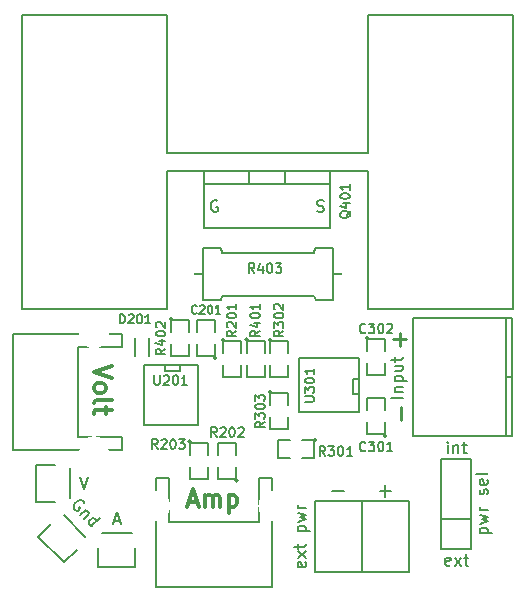
<source format=gto>
G04 #@! TF.FileFunction,Legend,Top*
%FSLAX46Y46*%
G04 Gerber Fmt 4.6, Leading zero omitted, Abs format (unit mm)*
G04 Created by KiCad (PCBNEW (2015-01-16 BZR 5376)-product) date 2-3-2015 10:33:56*
%MOMM*%
G01*
G04 APERTURE LIST*
%ADD10C,0.100000*%
%ADD11C,0.300000*%
%ADD12C,0.250000*%
%ADD13C,0.150000*%
%ADD14C,0.200000*%
%ADD15C,0.140000*%
%ADD16C,1.998980*%
%ADD17R,2.794000X5.080000*%
%ADD18O,2.794000X5.080000*%
%ADD19R,1.397000X0.889000*%
%ADD20R,0.700000X0.600000*%
%ADD21R,0.889000X1.397000*%
%ADD22R,1.143000X0.508000*%
%ADD23R,0.508000X1.143000*%
%ADD24C,2.311400*%
%ADD25R,2.032000X1.727200*%
%ADD26O,2.032000X1.727200*%
%ADD27C,2.000000*%
%ADD28C,2.500000*%
%ADD29C,2.600000*%
%ADD30R,2.540000X2.540000*%
%ADD31O,2.540000X2.540000*%
%ADD32R,2.235200X2.235200*%
%ADD33O,1.501140X2.499360*%
G04 APERTURE END LIST*
D10*
D11*
X113821429Y-65600000D02*
X112321429Y-66100000D01*
X113821429Y-66600000D01*
X112321429Y-67314286D02*
X112392857Y-67171428D01*
X112464286Y-67100000D01*
X112607143Y-67028571D01*
X113035714Y-67028571D01*
X113178571Y-67100000D01*
X113250000Y-67171428D01*
X113321429Y-67314286D01*
X113321429Y-67528571D01*
X113250000Y-67671428D01*
X113178571Y-67742857D01*
X113035714Y-67814286D01*
X112607143Y-67814286D01*
X112464286Y-67742857D01*
X112392857Y-67671428D01*
X112321429Y-67528571D01*
X112321429Y-67314286D01*
X112321429Y-68671429D02*
X112392857Y-68528571D01*
X112535714Y-68457143D01*
X113821429Y-68457143D01*
X113321429Y-69028571D02*
X113321429Y-69600000D01*
X113821429Y-69242857D02*
X112535714Y-69242857D01*
X112392857Y-69314285D01*
X112321429Y-69457143D01*
X112321429Y-69600000D01*
X120364286Y-77050000D02*
X121078572Y-77050000D01*
X120221429Y-77478571D02*
X120721429Y-75978571D01*
X121221429Y-77478571D01*
X121721429Y-77478571D02*
X121721429Y-76478571D01*
X121721429Y-76621429D02*
X121792857Y-76550000D01*
X121935715Y-76478571D01*
X122150000Y-76478571D01*
X122292857Y-76550000D01*
X122364286Y-76692857D01*
X122364286Y-77478571D01*
X122364286Y-76692857D02*
X122435715Y-76550000D01*
X122578572Y-76478571D01*
X122792857Y-76478571D01*
X122935715Y-76550000D01*
X123007143Y-76692857D01*
X123007143Y-77478571D01*
X123721429Y-76478571D02*
X123721429Y-77978571D01*
X123721429Y-76550000D02*
X123864286Y-76478571D01*
X124150000Y-76478571D01*
X124292857Y-76550000D01*
X124364286Y-76621429D01*
X124435715Y-76764286D01*
X124435715Y-77192857D01*
X124364286Y-77335714D01*
X124292857Y-77407143D01*
X124150000Y-77478571D01*
X123864286Y-77478571D01*
X123721429Y-77407143D01*
D12*
X137628572Y-63307143D02*
X138771429Y-63307143D01*
X138200000Y-63878571D02*
X138200000Y-62735714D01*
X138307143Y-70171428D02*
X138307143Y-69028571D01*
D13*
X142261905Y-72952381D02*
X142261905Y-72285714D01*
X142261905Y-71952381D02*
X142214286Y-72000000D01*
X142261905Y-72047619D01*
X142309524Y-72000000D01*
X142261905Y-71952381D01*
X142261905Y-72047619D01*
X142738095Y-72285714D02*
X142738095Y-72952381D01*
X142738095Y-72380952D02*
X142785714Y-72333333D01*
X142880952Y-72285714D01*
X143023810Y-72285714D01*
X143119048Y-72333333D01*
X143166667Y-72428571D01*
X143166667Y-72952381D01*
X143500000Y-72285714D02*
X143880952Y-72285714D01*
X143642857Y-71952381D02*
X143642857Y-72809524D01*
X143690476Y-72904762D01*
X143785714Y-72952381D01*
X143880952Y-72952381D01*
X142500000Y-82404762D02*
X142404762Y-82452381D01*
X142214285Y-82452381D01*
X142119047Y-82404762D01*
X142071428Y-82309524D01*
X142071428Y-81928571D01*
X142119047Y-81833333D01*
X142214285Y-81785714D01*
X142404762Y-81785714D01*
X142500000Y-81833333D01*
X142547619Y-81928571D01*
X142547619Y-82023810D01*
X142071428Y-82119048D01*
X142880952Y-82452381D02*
X143404762Y-81785714D01*
X142880952Y-81785714D02*
X143404762Y-82452381D01*
X143642857Y-81785714D02*
X144023809Y-81785714D01*
X143785714Y-81452381D02*
X143785714Y-82309524D01*
X143833333Y-82404762D01*
X143928571Y-82452381D01*
X144023809Y-82452381D01*
X123050000Y-60000000D02*
X121550000Y-60000000D01*
X123050000Y-60000000D02*
X123150000Y-59600000D01*
X123150000Y-59600000D02*
X130950000Y-59600000D01*
X130950000Y-59600000D02*
X131150000Y-60000000D01*
X131150000Y-60000000D02*
X132550000Y-60000000D01*
X123050000Y-55600000D02*
X121550000Y-55600000D01*
X123050000Y-55600000D02*
X123150000Y-56000000D01*
X123150000Y-56000000D02*
X130950000Y-56000000D01*
X130950000Y-56000000D02*
X131050000Y-55600000D01*
X131050000Y-55600000D02*
X132550000Y-55600000D01*
X121550000Y-57800000D02*
X121550000Y-55600000D01*
X132550000Y-55600000D02*
X132550000Y-60000000D01*
X121550000Y-60000000D02*
X121550000Y-57700000D01*
X133900000Y-57800000D02*
X132630000Y-57800000D01*
X120200000Y-57800000D02*
X121470000Y-57800000D01*
D14*
X136500000Y-76150000D02*
X137500000Y-76150000D01*
X133500000Y-76150000D02*
X132500000Y-76150000D01*
X137000000Y-76650000D02*
X137000000Y-75650000D01*
D13*
X131000000Y-83000000D02*
X139000000Y-83000000D01*
X139000000Y-77000000D02*
X131000000Y-77000000D01*
X135000000Y-77000000D02*
X135000000Y-83000000D01*
X131000000Y-77000000D02*
X131000000Y-83000000D01*
X139000000Y-83000000D02*
X139000000Y-77000000D01*
X122689000Y-64851000D02*
G75*
G03X122689000Y-64851000I-127000J0D01*
G01*
X122562000Y-63708000D02*
X122562000Y-64724000D01*
X122562000Y-64724000D02*
X121038000Y-64724000D01*
X121038000Y-64724000D02*
X121038000Y-63708000D01*
X121038000Y-62692000D02*
X121038000Y-61676000D01*
X121038000Y-61676000D02*
X122562000Y-61676000D01*
X122562000Y-61676000D02*
X122562000Y-62692000D01*
X137089000Y-71451000D02*
G75*
G03X137089000Y-71451000I-127000J0D01*
G01*
X136962000Y-70308000D02*
X136962000Y-71324000D01*
X136962000Y-71324000D02*
X135438000Y-71324000D01*
X135438000Y-71324000D02*
X135438000Y-70308000D01*
X135438000Y-69292000D02*
X135438000Y-68276000D01*
X135438000Y-68276000D02*
X136962000Y-68276000D01*
X136962000Y-68276000D02*
X136962000Y-69292000D01*
X135565000Y-63149000D02*
G75*
G03X135565000Y-63149000I-127000J0D01*
G01*
X135438000Y-64292000D02*
X135438000Y-63276000D01*
X135438000Y-63276000D02*
X136962000Y-63276000D01*
X136962000Y-63276000D02*
X136962000Y-64292000D01*
X136962000Y-65308000D02*
X136962000Y-66324000D01*
X136962000Y-66324000D02*
X135438000Y-66324000D01*
X135438000Y-66324000D02*
X135438000Y-65308000D01*
X115800000Y-63200000D02*
X115800000Y-64750000D01*
X117000000Y-63200000D02*
X117000000Y-64750000D01*
X123365000Y-63349000D02*
G75*
G03X123365000Y-63349000I-127000J0D01*
G01*
X123238000Y-64492000D02*
X123238000Y-63476000D01*
X123238000Y-63476000D02*
X124762000Y-63476000D01*
X124762000Y-63476000D02*
X124762000Y-64492000D01*
X124762000Y-65508000D02*
X124762000Y-66524000D01*
X124762000Y-66524000D02*
X123238000Y-66524000D01*
X123238000Y-66524000D02*
X123238000Y-65508000D01*
X124489000Y-75251000D02*
G75*
G03X124489000Y-75251000I-127000J0D01*
G01*
X124362000Y-74108000D02*
X124362000Y-75124000D01*
X124362000Y-75124000D02*
X122838000Y-75124000D01*
X122838000Y-75124000D02*
X122838000Y-74108000D01*
X122838000Y-73092000D02*
X122838000Y-72076000D01*
X122838000Y-72076000D02*
X124362000Y-72076000D01*
X124362000Y-72076000D02*
X124362000Y-73092000D01*
X120565000Y-71949000D02*
G75*
G03X120565000Y-71949000I-127000J0D01*
G01*
X120438000Y-73092000D02*
X120438000Y-72076000D01*
X120438000Y-72076000D02*
X121962000Y-72076000D01*
X121962000Y-72076000D02*
X121962000Y-73092000D01*
X121962000Y-74108000D02*
X121962000Y-75124000D01*
X121962000Y-75124000D02*
X120438000Y-75124000D01*
X120438000Y-75124000D02*
X120438000Y-74108000D01*
X131178000Y-71838000D02*
G75*
G03X131178000Y-71838000I-127000J0D01*
G01*
X129908000Y-71838000D02*
X130924000Y-71838000D01*
X130924000Y-71838000D02*
X130924000Y-73362000D01*
X130924000Y-73362000D02*
X129908000Y-73362000D01*
X128892000Y-73362000D02*
X127876000Y-73362000D01*
X127876000Y-73362000D02*
X127876000Y-71838000D01*
X127876000Y-71838000D02*
X128892000Y-71838000D01*
X127365000Y-63349000D02*
G75*
G03X127365000Y-63349000I-127000J0D01*
G01*
X127238000Y-64492000D02*
X127238000Y-63476000D01*
X127238000Y-63476000D02*
X128762000Y-63476000D01*
X128762000Y-63476000D02*
X128762000Y-64492000D01*
X128762000Y-65508000D02*
X128762000Y-66524000D01*
X128762000Y-66524000D02*
X127238000Y-66524000D01*
X127238000Y-66524000D02*
X127238000Y-65508000D01*
X127365000Y-67749000D02*
G75*
G03X127365000Y-67749000I-127000J0D01*
G01*
X127238000Y-68892000D02*
X127238000Y-67876000D01*
X127238000Y-67876000D02*
X128762000Y-67876000D01*
X128762000Y-67876000D02*
X128762000Y-68892000D01*
X128762000Y-69908000D02*
X128762000Y-70924000D01*
X128762000Y-70924000D02*
X127238000Y-70924000D01*
X127238000Y-70924000D02*
X127238000Y-69908000D01*
X125365000Y-63349000D02*
G75*
G03X125365000Y-63349000I-127000J0D01*
G01*
X125238000Y-64492000D02*
X125238000Y-63476000D01*
X125238000Y-63476000D02*
X126762000Y-63476000D01*
X126762000Y-63476000D02*
X126762000Y-64492000D01*
X126762000Y-65508000D02*
X126762000Y-66524000D01*
X126762000Y-66524000D02*
X125238000Y-66524000D01*
X125238000Y-66524000D02*
X125238000Y-65508000D01*
X118965000Y-61549000D02*
G75*
G03X118965000Y-61549000I-127000J0D01*
G01*
X118838000Y-62692000D02*
X118838000Y-61676000D01*
X118838000Y-61676000D02*
X120362000Y-61676000D01*
X120362000Y-61676000D02*
X120362000Y-62692000D01*
X120362000Y-63708000D02*
X120362000Y-64724000D01*
X120362000Y-64724000D02*
X118838000Y-64724000D01*
X118838000Y-64724000D02*
X118838000Y-63708000D01*
X121086000Y-65460000D02*
X121086000Y-70540000D01*
X121086000Y-70540000D02*
X116514000Y-70540000D01*
X116514000Y-70540000D02*
X116514000Y-65460000D01*
X116514000Y-65460000D02*
X121086000Y-65460000D01*
X119562000Y-65460000D02*
X119562000Y-65968000D01*
X119562000Y-65968000D02*
X118292000Y-65968000D01*
X118292000Y-65968000D02*
X118292000Y-65460000D01*
X134740000Y-69486000D02*
X129660000Y-69486000D01*
X129660000Y-69486000D02*
X129660000Y-64914000D01*
X129660000Y-64914000D02*
X134740000Y-64914000D01*
X134740000Y-64914000D02*
X134740000Y-69486000D01*
X134740000Y-67962000D02*
X134232000Y-67962000D01*
X134232000Y-67962000D02*
X134232000Y-66692000D01*
X134232000Y-66692000D02*
X134740000Y-66692000D01*
X118503700Y-60706000D02*
X106197400Y-60706000D01*
X147802600Y-60706000D02*
X135496300Y-60706000D01*
X135496300Y-35814000D02*
X147802600Y-35814000D01*
X106197400Y-35814000D02*
X118503700Y-35814000D01*
X135496300Y-49009300D02*
X135496300Y-60706000D01*
X118503700Y-49009300D02*
X118503700Y-60706000D01*
X118503700Y-47510700D02*
X118503700Y-35814000D01*
X135496300Y-47510700D02*
X135496300Y-35814000D01*
X118503700Y-49009300D02*
X135496300Y-49009300D01*
X118503700Y-47510700D02*
X135496300Y-47510700D01*
X147802600Y-35814000D02*
X147802600Y-60706000D01*
X106197400Y-60706000D02*
X106197400Y-35814000D01*
X144270000Y-78520000D02*
X144270000Y-73440000D01*
X144270000Y-73440000D02*
X141730000Y-73440000D01*
X141730000Y-73440000D02*
X141730000Y-78520000D01*
X141730000Y-81060000D02*
X141730000Y-78520000D01*
X141730000Y-78520000D02*
X144270000Y-78520000D01*
X141730000Y-81060000D02*
X144270000Y-81060000D01*
X144270000Y-81060000D02*
X144270000Y-78520000D01*
X114700000Y-63950000D02*
X114700000Y-62850000D01*
X114700000Y-71550000D02*
X114700000Y-72650000D01*
X114700000Y-63950000D02*
X111000000Y-63950000D01*
X111000000Y-63950000D02*
X111000000Y-71550000D01*
X111000000Y-71550000D02*
X114700000Y-71550000D01*
X105500000Y-62850000D02*
X105500000Y-72650000D01*
X114700000Y-72650000D02*
X105500000Y-72650000D01*
X114700000Y-62850000D02*
X105500000Y-62850000D01*
X118700000Y-75050000D02*
X117600000Y-75050000D01*
X126300000Y-75050000D02*
X127400000Y-75050000D01*
X118700000Y-75050000D02*
X118700000Y-78750000D01*
X118700000Y-78750000D02*
X126300000Y-78750000D01*
X126300000Y-78750000D02*
X126300000Y-75050000D01*
X117600000Y-84250000D02*
X127400000Y-84250000D01*
X127400000Y-75050000D02*
X127400000Y-84250000D01*
X117600000Y-75050000D02*
X117600000Y-84250000D01*
X147200000Y-66500000D02*
X147200000Y-61500000D01*
X147700000Y-66500000D02*
X147200000Y-66500000D01*
X147200000Y-66500000D02*
X147200000Y-71500000D01*
X147700000Y-71500000D02*
X147700000Y-61500000D01*
X139300000Y-61500000D02*
X139300000Y-71500000D01*
X139309000Y-71488000D02*
X147691000Y-71488000D01*
X147691000Y-61512000D02*
X139309000Y-61512000D01*
X107450000Y-73950000D02*
X109000000Y-73950000D01*
X109000000Y-77050000D02*
X107450000Y-77050000D01*
X107450000Y-77050000D02*
X107450000Y-73950000D01*
X110270000Y-76770000D02*
X110270000Y-74230000D01*
X112700000Y-82550000D02*
X112700000Y-81000000D01*
X115800000Y-81000000D02*
X115800000Y-82550000D01*
X115800000Y-82550000D02*
X112700000Y-82550000D01*
X115520000Y-79730000D02*
X112980000Y-79730000D01*
X107607969Y-80000000D02*
X108703984Y-78903984D01*
X110896016Y-81096016D02*
X109800000Y-82192031D01*
X109800000Y-82192031D02*
X107607969Y-80000000D01*
X111596051Y-80000000D02*
X109800000Y-78203949D01*
X125476000Y-49022000D02*
X125476000Y-50165000D01*
X128524000Y-49022000D02*
X128524000Y-50165000D01*
X132334000Y-50165000D02*
X132334000Y-53848000D01*
X132334000Y-53848000D02*
X121666000Y-53848000D01*
X121666000Y-53848000D02*
X121666000Y-50165000D01*
X132334000Y-49022000D02*
X132334000Y-50165000D01*
X132334000Y-50165000D02*
X121666000Y-50165000D01*
X121666000Y-50165000D02*
X121666000Y-49022000D01*
X127000000Y-49022000D02*
X121666000Y-49022000D01*
X127000000Y-49022000D02*
X132334000Y-49022000D01*
X125904762Y-57661905D02*
X125638095Y-57280952D01*
X125447619Y-57661905D02*
X125447619Y-56861905D01*
X125752381Y-56861905D01*
X125828572Y-56900000D01*
X125866667Y-56938095D01*
X125904762Y-57014286D01*
X125904762Y-57128571D01*
X125866667Y-57204762D01*
X125828572Y-57242857D01*
X125752381Y-57280952D01*
X125447619Y-57280952D01*
X126590476Y-57128571D02*
X126590476Y-57661905D01*
X126400000Y-56823810D02*
X126209524Y-57395238D01*
X126704762Y-57395238D01*
X127161905Y-56861905D02*
X127238096Y-56861905D01*
X127314286Y-56900000D01*
X127352381Y-56938095D01*
X127390477Y-57014286D01*
X127428572Y-57166667D01*
X127428572Y-57357143D01*
X127390477Y-57509524D01*
X127352381Y-57585714D01*
X127314286Y-57623810D01*
X127238096Y-57661905D01*
X127161905Y-57661905D01*
X127085715Y-57623810D01*
X127047619Y-57585714D01*
X127009524Y-57509524D01*
X126971429Y-57357143D01*
X126971429Y-57166667D01*
X127009524Y-57014286D01*
X127047619Y-56938095D01*
X127085715Y-56900000D01*
X127161905Y-56861905D01*
X127695239Y-56861905D02*
X128190477Y-56861905D01*
X127923810Y-57166667D01*
X128038096Y-57166667D01*
X128114286Y-57204762D01*
X128152382Y-57242857D01*
X128190477Y-57319048D01*
X128190477Y-57509524D01*
X128152382Y-57585714D01*
X128114286Y-57623810D01*
X128038096Y-57661905D01*
X127809524Y-57661905D01*
X127733334Y-57623810D01*
X127695239Y-57585714D01*
X130204762Y-82166667D02*
X130252381Y-82261905D01*
X130252381Y-82452382D01*
X130204762Y-82547620D01*
X130109524Y-82595239D01*
X129728571Y-82595239D01*
X129633333Y-82547620D01*
X129585714Y-82452382D01*
X129585714Y-82261905D01*
X129633333Y-82166667D01*
X129728571Y-82119048D01*
X129823810Y-82119048D01*
X129919048Y-82595239D01*
X130252381Y-81785715D02*
X129585714Y-81261905D01*
X129585714Y-81785715D02*
X130252381Y-81261905D01*
X129585714Y-81023810D02*
X129585714Y-80642858D01*
X129252381Y-80880953D02*
X130109524Y-80880953D01*
X130204762Y-80833334D01*
X130252381Y-80738096D01*
X130252381Y-80642858D01*
X129585714Y-79547619D02*
X130585714Y-79547619D01*
X129633333Y-79547619D02*
X129585714Y-79452381D01*
X129585714Y-79261904D01*
X129633333Y-79166666D01*
X129680952Y-79119047D01*
X129776190Y-79071428D01*
X130061905Y-79071428D01*
X130157143Y-79119047D01*
X130204762Y-79166666D01*
X130252381Y-79261904D01*
X130252381Y-79452381D01*
X130204762Y-79547619D01*
X129585714Y-78738095D02*
X130252381Y-78547619D01*
X129776190Y-78357142D01*
X130252381Y-78166666D01*
X129585714Y-77976190D01*
X130252381Y-77595238D02*
X129585714Y-77595238D01*
X129776190Y-77595238D02*
X129680952Y-77547619D01*
X129633333Y-77500000D01*
X129585714Y-77404762D01*
X129585714Y-77309523D01*
D15*
X121016667Y-61050000D02*
X120983333Y-61083333D01*
X120883333Y-61116667D01*
X120816667Y-61116667D01*
X120716667Y-61083333D01*
X120650000Y-61016667D01*
X120616667Y-60950000D01*
X120583333Y-60816667D01*
X120583333Y-60716667D01*
X120616667Y-60583333D01*
X120650000Y-60516667D01*
X120716667Y-60450000D01*
X120816667Y-60416667D01*
X120883333Y-60416667D01*
X120983333Y-60450000D01*
X121016667Y-60483333D01*
X121283333Y-60483333D02*
X121316667Y-60450000D01*
X121383333Y-60416667D01*
X121550000Y-60416667D01*
X121616667Y-60450000D01*
X121650000Y-60483333D01*
X121683333Y-60550000D01*
X121683333Y-60616667D01*
X121650000Y-60716667D01*
X121250000Y-61116667D01*
X121683333Y-61116667D01*
X122116667Y-60416667D02*
X122183334Y-60416667D01*
X122250000Y-60450000D01*
X122283334Y-60483333D01*
X122316667Y-60550000D01*
X122350000Y-60683333D01*
X122350000Y-60850000D01*
X122316667Y-60983333D01*
X122283334Y-61050000D01*
X122250000Y-61083333D01*
X122183334Y-61116667D01*
X122116667Y-61116667D01*
X122050000Y-61083333D01*
X122016667Y-61050000D01*
X121983334Y-60983333D01*
X121950000Y-60850000D01*
X121950000Y-60683333D01*
X121983334Y-60550000D01*
X122016667Y-60483333D01*
X122050000Y-60450000D01*
X122116667Y-60416667D01*
X123016667Y-61116667D02*
X122616667Y-61116667D01*
X122816667Y-61116667D02*
X122816667Y-60416667D01*
X122750001Y-60516667D01*
X122683334Y-60583333D01*
X122616667Y-60616667D01*
D13*
X135304762Y-72685714D02*
X135266667Y-72723810D01*
X135152381Y-72761905D01*
X135076191Y-72761905D01*
X134961905Y-72723810D01*
X134885714Y-72647619D01*
X134847619Y-72571429D01*
X134809524Y-72419048D01*
X134809524Y-72304762D01*
X134847619Y-72152381D01*
X134885714Y-72076190D01*
X134961905Y-72000000D01*
X135076191Y-71961905D01*
X135152381Y-71961905D01*
X135266667Y-72000000D01*
X135304762Y-72038095D01*
X135571429Y-71961905D02*
X136066667Y-71961905D01*
X135800000Y-72266667D01*
X135914286Y-72266667D01*
X135990476Y-72304762D01*
X136028572Y-72342857D01*
X136066667Y-72419048D01*
X136066667Y-72609524D01*
X136028572Y-72685714D01*
X135990476Y-72723810D01*
X135914286Y-72761905D01*
X135685714Y-72761905D01*
X135609524Y-72723810D01*
X135571429Y-72685714D01*
X136561905Y-71961905D02*
X136638096Y-71961905D01*
X136714286Y-72000000D01*
X136752381Y-72038095D01*
X136790477Y-72114286D01*
X136828572Y-72266667D01*
X136828572Y-72457143D01*
X136790477Y-72609524D01*
X136752381Y-72685714D01*
X136714286Y-72723810D01*
X136638096Y-72761905D01*
X136561905Y-72761905D01*
X136485715Y-72723810D01*
X136447619Y-72685714D01*
X136409524Y-72609524D01*
X136371429Y-72457143D01*
X136371429Y-72266667D01*
X136409524Y-72114286D01*
X136447619Y-72038095D01*
X136485715Y-72000000D01*
X136561905Y-71961905D01*
X137590477Y-72761905D02*
X137133334Y-72761905D01*
X137361905Y-72761905D02*
X137361905Y-71961905D01*
X137285715Y-72076190D01*
X137209524Y-72152381D01*
X137133334Y-72190476D01*
X135304762Y-62685714D02*
X135266667Y-62723810D01*
X135152381Y-62761905D01*
X135076191Y-62761905D01*
X134961905Y-62723810D01*
X134885714Y-62647619D01*
X134847619Y-62571429D01*
X134809524Y-62419048D01*
X134809524Y-62304762D01*
X134847619Y-62152381D01*
X134885714Y-62076190D01*
X134961905Y-62000000D01*
X135076191Y-61961905D01*
X135152381Y-61961905D01*
X135266667Y-62000000D01*
X135304762Y-62038095D01*
X135571429Y-61961905D02*
X136066667Y-61961905D01*
X135800000Y-62266667D01*
X135914286Y-62266667D01*
X135990476Y-62304762D01*
X136028572Y-62342857D01*
X136066667Y-62419048D01*
X136066667Y-62609524D01*
X136028572Y-62685714D01*
X135990476Y-62723810D01*
X135914286Y-62761905D01*
X135685714Y-62761905D01*
X135609524Y-62723810D01*
X135571429Y-62685714D01*
X136561905Y-61961905D02*
X136638096Y-61961905D01*
X136714286Y-62000000D01*
X136752381Y-62038095D01*
X136790477Y-62114286D01*
X136828572Y-62266667D01*
X136828572Y-62457143D01*
X136790477Y-62609524D01*
X136752381Y-62685714D01*
X136714286Y-62723810D01*
X136638096Y-62761905D01*
X136561905Y-62761905D01*
X136485715Y-62723810D01*
X136447619Y-62685714D01*
X136409524Y-62609524D01*
X136371429Y-62457143D01*
X136371429Y-62266667D01*
X136409524Y-62114286D01*
X136447619Y-62038095D01*
X136485715Y-62000000D01*
X136561905Y-61961905D01*
X137133334Y-62038095D02*
X137171429Y-62000000D01*
X137247620Y-61961905D01*
X137438096Y-61961905D01*
X137514286Y-62000000D01*
X137552382Y-62038095D01*
X137590477Y-62114286D01*
X137590477Y-62190476D01*
X137552382Y-62304762D01*
X137095239Y-62761905D01*
X137590477Y-62761905D01*
X114532142Y-61939286D02*
X114532142Y-61189286D01*
X114710714Y-61189286D01*
X114817857Y-61225000D01*
X114889285Y-61296429D01*
X114925000Y-61367857D01*
X114960714Y-61510714D01*
X114960714Y-61617857D01*
X114925000Y-61760714D01*
X114889285Y-61832143D01*
X114817857Y-61903571D01*
X114710714Y-61939286D01*
X114532142Y-61939286D01*
X115246428Y-61260714D02*
X115282142Y-61225000D01*
X115353571Y-61189286D01*
X115532142Y-61189286D01*
X115603571Y-61225000D01*
X115639285Y-61260714D01*
X115675000Y-61332143D01*
X115675000Y-61403571D01*
X115639285Y-61510714D01*
X115210714Y-61939286D01*
X115675000Y-61939286D01*
X116139286Y-61189286D02*
X116210714Y-61189286D01*
X116282143Y-61225000D01*
X116317857Y-61260714D01*
X116353571Y-61332143D01*
X116389286Y-61475000D01*
X116389286Y-61653571D01*
X116353571Y-61796429D01*
X116317857Y-61867857D01*
X116282143Y-61903571D01*
X116210714Y-61939286D01*
X116139286Y-61939286D01*
X116067857Y-61903571D01*
X116032143Y-61867857D01*
X115996428Y-61796429D01*
X115960714Y-61653571D01*
X115960714Y-61475000D01*
X115996428Y-61332143D01*
X116032143Y-61260714D01*
X116067857Y-61225000D01*
X116139286Y-61189286D01*
X117103572Y-61939286D02*
X116675000Y-61939286D01*
X116889286Y-61939286D02*
X116889286Y-61189286D01*
X116817857Y-61296429D01*
X116746429Y-61367857D01*
X116675000Y-61403571D01*
X124361905Y-62595238D02*
X123980952Y-62861905D01*
X124361905Y-63052381D02*
X123561905Y-63052381D01*
X123561905Y-62747619D01*
X123600000Y-62671428D01*
X123638095Y-62633333D01*
X123714286Y-62595238D01*
X123828571Y-62595238D01*
X123904762Y-62633333D01*
X123942857Y-62671428D01*
X123980952Y-62747619D01*
X123980952Y-63052381D01*
X123638095Y-62290476D02*
X123600000Y-62252381D01*
X123561905Y-62176190D01*
X123561905Y-61985714D01*
X123600000Y-61909524D01*
X123638095Y-61871428D01*
X123714286Y-61833333D01*
X123790476Y-61833333D01*
X123904762Y-61871428D01*
X124361905Y-62328571D01*
X124361905Y-61833333D01*
X123561905Y-61338095D02*
X123561905Y-61261904D01*
X123600000Y-61185714D01*
X123638095Y-61147619D01*
X123714286Y-61109523D01*
X123866667Y-61071428D01*
X124057143Y-61071428D01*
X124209524Y-61109523D01*
X124285714Y-61147619D01*
X124323810Y-61185714D01*
X124361905Y-61261904D01*
X124361905Y-61338095D01*
X124323810Y-61414285D01*
X124285714Y-61452381D01*
X124209524Y-61490476D01*
X124057143Y-61528571D01*
X123866667Y-61528571D01*
X123714286Y-61490476D01*
X123638095Y-61452381D01*
X123600000Y-61414285D01*
X123561905Y-61338095D01*
X124361905Y-60309523D02*
X124361905Y-60766666D01*
X124361905Y-60538095D02*
X123561905Y-60538095D01*
X123676190Y-60614285D01*
X123752381Y-60690476D01*
X123790476Y-60766666D01*
X122704762Y-71561905D02*
X122438095Y-71180952D01*
X122247619Y-71561905D02*
X122247619Y-70761905D01*
X122552381Y-70761905D01*
X122628572Y-70800000D01*
X122666667Y-70838095D01*
X122704762Y-70914286D01*
X122704762Y-71028571D01*
X122666667Y-71104762D01*
X122628572Y-71142857D01*
X122552381Y-71180952D01*
X122247619Y-71180952D01*
X123009524Y-70838095D02*
X123047619Y-70800000D01*
X123123810Y-70761905D01*
X123314286Y-70761905D01*
X123390476Y-70800000D01*
X123428572Y-70838095D01*
X123466667Y-70914286D01*
X123466667Y-70990476D01*
X123428572Y-71104762D01*
X122971429Y-71561905D01*
X123466667Y-71561905D01*
X123961905Y-70761905D02*
X124038096Y-70761905D01*
X124114286Y-70800000D01*
X124152381Y-70838095D01*
X124190477Y-70914286D01*
X124228572Y-71066667D01*
X124228572Y-71257143D01*
X124190477Y-71409524D01*
X124152381Y-71485714D01*
X124114286Y-71523810D01*
X124038096Y-71561905D01*
X123961905Y-71561905D01*
X123885715Y-71523810D01*
X123847619Y-71485714D01*
X123809524Y-71409524D01*
X123771429Y-71257143D01*
X123771429Y-71066667D01*
X123809524Y-70914286D01*
X123847619Y-70838095D01*
X123885715Y-70800000D01*
X123961905Y-70761905D01*
X124533334Y-70838095D02*
X124571429Y-70800000D01*
X124647620Y-70761905D01*
X124838096Y-70761905D01*
X124914286Y-70800000D01*
X124952382Y-70838095D01*
X124990477Y-70914286D01*
X124990477Y-70990476D01*
X124952382Y-71104762D01*
X124495239Y-71561905D01*
X124990477Y-71561905D01*
X117704762Y-72561905D02*
X117438095Y-72180952D01*
X117247619Y-72561905D02*
X117247619Y-71761905D01*
X117552381Y-71761905D01*
X117628572Y-71800000D01*
X117666667Y-71838095D01*
X117704762Y-71914286D01*
X117704762Y-72028571D01*
X117666667Y-72104762D01*
X117628572Y-72142857D01*
X117552381Y-72180952D01*
X117247619Y-72180952D01*
X118009524Y-71838095D02*
X118047619Y-71800000D01*
X118123810Y-71761905D01*
X118314286Y-71761905D01*
X118390476Y-71800000D01*
X118428572Y-71838095D01*
X118466667Y-71914286D01*
X118466667Y-71990476D01*
X118428572Y-72104762D01*
X117971429Y-72561905D01*
X118466667Y-72561905D01*
X118961905Y-71761905D02*
X119038096Y-71761905D01*
X119114286Y-71800000D01*
X119152381Y-71838095D01*
X119190477Y-71914286D01*
X119228572Y-72066667D01*
X119228572Y-72257143D01*
X119190477Y-72409524D01*
X119152381Y-72485714D01*
X119114286Y-72523810D01*
X119038096Y-72561905D01*
X118961905Y-72561905D01*
X118885715Y-72523810D01*
X118847619Y-72485714D01*
X118809524Y-72409524D01*
X118771429Y-72257143D01*
X118771429Y-72066667D01*
X118809524Y-71914286D01*
X118847619Y-71838095D01*
X118885715Y-71800000D01*
X118961905Y-71761905D01*
X119495239Y-71761905D02*
X119990477Y-71761905D01*
X119723810Y-72066667D01*
X119838096Y-72066667D01*
X119914286Y-72104762D01*
X119952382Y-72142857D01*
X119990477Y-72219048D01*
X119990477Y-72409524D01*
X119952382Y-72485714D01*
X119914286Y-72523810D01*
X119838096Y-72561905D01*
X119609524Y-72561905D01*
X119533334Y-72523810D01*
X119495239Y-72485714D01*
X131904762Y-73161905D02*
X131638095Y-72780952D01*
X131447619Y-73161905D02*
X131447619Y-72361905D01*
X131752381Y-72361905D01*
X131828572Y-72400000D01*
X131866667Y-72438095D01*
X131904762Y-72514286D01*
X131904762Y-72628571D01*
X131866667Y-72704762D01*
X131828572Y-72742857D01*
X131752381Y-72780952D01*
X131447619Y-72780952D01*
X132171429Y-72361905D02*
X132666667Y-72361905D01*
X132400000Y-72666667D01*
X132514286Y-72666667D01*
X132590476Y-72704762D01*
X132628572Y-72742857D01*
X132666667Y-72819048D01*
X132666667Y-73009524D01*
X132628572Y-73085714D01*
X132590476Y-73123810D01*
X132514286Y-73161905D01*
X132285714Y-73161905D01*
X132209524Y-73123810D01*
X132171429Y-73085714D01*
X133161905Y-72361905D02*
X133238096Y-72361905D01*
X133314286Y-72400000D01*
X133352381Y-72438095D01*
X133390477Y-72514286D01*
X133428572Y-72666667D01*
X133428572Y-72857143D01*
X133390477Y-73009524D01*
X133352381Y-73085714D01*
X133314286Y-73123810D01*
X133238096Y-73161905D01*
X133161905Y-73161905D01*
X133085715Y-73123810D01*
X133047619Y-73085714D01*
X133009524Y-73009524D01*
X132971429Y-72857143D01*
X132971429Y-72666667D01*
X133009524Y-72514286D01*
X133047619Y-72438095D01*
X133085715Y-72400000D01*
X133161905Y-72361905D01*
X134190477Y-73161905D02*
X133733334Y-73161905D01*
X133961905Y-73161905D02*
X133961905Y-72361905D01*
X133885715Y-72476190D01*
X133809524Y-72552381D01*
X133733334Y-72590476D01*
X128361905Y-62595238D02*
X127980952Y-62861905D01*
X128361905Y-63052381D02*
X127561905Y-63052381D01*
X127561905Y-62747619D01*
X127600000Y-62671428D01*
X127638095Y-62633333D01*
X127714286Y-62595238D01*
X127828571Y-62595238D01*
X127904762Y-62633333D01*
X127942857Y-62671428D01*
X127980952Y-62747619D01*
X127980952Y-63052381D01*
X127561905Y-62328571D02*
X127561905Y-61833333D01*
X127866667Y-62100000D01*
X127866667Y-61985714D01*
X127904762Y-61909524D01*
X127942857Y-61871428D01*
X128019048Y-61833333D01*
X128209524Y-61833333D01*
X128285714Y-61871428D01*
X128323810Y-61909524D01*
X128361905Y-61985714D01*
X128361905Y-62214286D01*
X128323810Y-62290476D01*
X128285714Y-62328571D01*
X127561905Y-61338095D02*
X127561905Y-61261904D01*
X127600000Y-61185714D01*
X127638095Y-61147619D01*
X127714286Y-61109523D01*
X127866667Y-61071428D01*
X128057143Y-61071428D01*
X128209524Y-61109523D01*
X128285714Y-61147619D01*
X128323810Y-61185714D01*
X128361905Y-61261904D01*
X128361905Y-61338095D01*
X128323810Y-61414285D01*
X128285714Y-61452381D01*
X128209524Y-61490476D01*
X128057143Y-61528571D01*
X127866667Y-61528571D01*
X127714286Y-61490476D01*
X127638095Y-61452381D01*
X127600000Y-61414285D01*
X127561905Y-61338095D01*
X127638095Y-60766666D02*
X127600000Y-60728571D01*
X127561905Y-60652380D01*
X127561905Y-60461904D01*
X127600000Y-60385714D01*
X127638095Y-60347618D01*
X127714286Y-60309523D01*
X127790476Y-60309523D01*
X127904762Y-60347618D01*
X128361905Y-60804761D01*
X128361905Y-60309523D01*
X126761905Y-70295238D02*
X126380952Y-70561905D01*
X126761905Y-70752381D02*
X125961905Y-70752381D01*
X125961905Y-70447619D01*
X126000000Y-70371428D01*
X126038095Y-70333333D01*
X126114286Y-70295238D01*
X126228571Y-70295238D01*
X126304762Y-70333333D01*
X126342857Y-70371428D01*
X126380952Y-70447619D01*
X126380952Y-70752381D01*
X125961905Y-70028571D02*
X125961905Y-69533333D01*
X126266667Y-69800000D01*
X126266667Y-69685714D01*
X126304762Y-69609524D01*
X126342857Y-69571428D01*
X126419048Y-69533333D01*
X126609524Y-69533333D01*
X126685714Y-69571428D01*
X126723810Y-69609524D01*
X126761905Y-69685714D01*
X126761905Y-69914286D01*
X126723810Y-69990476D01*
X126685714Y-70028571D01*
X125961905Y-69038095D02*
X125961905Y-68961904D01*
X126000000Y-68885714D01*
X126038095Y-68847619D01*
X126114286Y-68809523D01*
X126266667Y-68771428D01*
X126457143Y-68771428D01*
X126609524Y-68809523D01*
X126685714Y-68847619D01*
X126723810Y-68885714D01*
X126761905Y-68961904D01*
X126761905Y-69038095D01*
X126723810Y-69114285D01*
X126685714Y-69152381D01*
X126609524Y-69190476D01*
X126457143Y-69228571D01*
X126266667Y-69228571D01*
X126114286Y-69190476D01*
X126038095Y-69152381D01*
X126000000Y-69114285D01*
X125961905Y-69038095D01*
X125961905Y-68504761D02*
X125961905Y-68009523D01*
X126266667Y-68276190D01*
X126266667Y-68161904D01*
X126304762Y-68085714D01*
X126342857Y-68047618D01*
X126419048Y-68009523D01*
X126609524Y-68009523D01*
X126685714Y-68047618D01*
X126723810Y-68085714D01*
X126761905Y-68161904D01*
X126761905Y-68390476D01*
X126723810Y-68466666D01*
X126685714Y-68504761D01*
X126361905Y-62595238D02*
X125980952Y-62861905D01*
X126361905Y-63052381D02*
X125561905Y-63052381D01*
X125561905Y-62747619D01*
X125600000Y-62671428D01*
X125638095Y-62633333D01*
X125714286Y-62595238D01*
X125828571Y-62595238D01*
X125904762Y-62633333D01*
X125942857Y-62671428D01*
X125980952Y-62747619D01*
X125980952Y-63052381D01*
X125828571Y-61909524D02*
X126361905Y-61909524D01*
X125523810Y-62100000D02*
X126095238Y-62290476D01*
X126095238Y-61795238D01*
X125561905Y-61338095D02*
X125561905Y-61261904D01*
X125600000Y-61185714D01*
X125638095Y-61147619D01*
X125714286Y-61109523D01*
X125866667Y-61071428D01*
X126057143Y-61071428D01*
X126209524Y-61109523D01*
X126285714Y-61147619D01*
X126323810Y-61185714D01*
X126361905Y-61261904D01*
X126361905Y-61338095D01*
X126323810Y-61414285D01*
X126285714Y-61452381D01*
X126209524Y-61490476D01*
X126057143Y-61528571D01*
X125866667Y-61528571D01*
X125714286Y-61490476D01*
X125638095Y-61452381D01*
X125600000Y-61414285D01*
X125561905Y-61338095D01*
X126361905Y-60309523D02*
X126361905Y-60766666D01*
X126361905Y-60538095D02*
X125561905Y-60538095D01*
X125676190Y-60614285D01*
X125752381Y-60690476D01*
X125790476Y-60766666D01*
X118361905Y-64095238D02*
X117980952Y-64361905D01*
X118361905Y-64552381D02*
X117561905Y-64552381D01*
X117561905Y-64247619D01*
X117600000Y-64171428D01*
X117638095Y-64133333D01*
X117714286Y-64095238D01*
X117828571Y-64095238D01*
X117904762Y-64133333D01*
X117942857Y-64171428D01*
X117980952Y-64247619D01*
X117980952Y-64552381D01*
X117828571Y-63409524D02*
X118361905Y-63409524D01*
X117523810Y-63600000D02*
X118095238Y-63790476D01*
X118095238Y-63295238D01*
X117561905Y-62838095D02*
X117561905Y-62761904D01*
X117600000Y-62685714D01*
X117638095Y-62647619D01*
X117714286Y-62609523D01*
X117866667Y-62571428D01*
X118057143Y-62571428D01*
X118209524Y-62609523D01*
X118285714Y-62647619D01*
X118323810Y-62685714D01*
X118361905Y-62761904D01*
X118361905Y-62838095D01*
X118323810Y-62914285D01*
X118285714Y-62952381D01*
X118209524Y-62990476D01*
X118057143Y-63028571D01*
X117866667Y-63028571D01*
X117714286Y-62990476D01*
X117638095Y-62952381D01*
X117600000Y-62914285D01*
X117561905Y-62838095D01*
X117638095Y-62266666D02*
X117600000Y-62228571D01*
X117561905Y-62152380D01*
X117561905Y-61961904D01*
X117600000Y-61885714D01*
X117638095Y-61847618D01*
X117714286Y-61809523D01*
X117790476Y-61809523D01*
X117904762Y-61847618D01*
X118361905Y-62304761D01*
X118361905Y-61809523D01*
X117428571Y-66361905D02*
X117428571Y-67009524D01*
X117466666Y-67085714D01*
X117504762Y-67123810D01*
X117580952Y-67161905D01*
X117733333Y-67161905D01*
X117809524Y-67123810D01*
X117847619Y-67085714D01*
X117885714Y-67009524D01*
X117885714Y-66361905D01*
X118228571Y-66438095D02*
X118266666Y-66400000D01*
X118342857Y-66361905D01*
X118533333Y-66361905D01*
X118609523Y-66400000D01*
X118647619Y-66438095D01*
X118685714Y-66514286D01*
X118685714Y-66590476D01*
X118647619Y-66704762D01*
X118190476Y-67161905D01*
X118685714Y-67161905D01*
X119180952Y-66361905D02*
X119257143Y-66361905D01*
X119333333Y-66400000D01*
X119371428Y-66438095D01*
X119409524Y-66514286D01*
X119447619Y-66666667D01*
X119447619Y-66857143D01*
X119409524Y-67009524D01*
X119371428Y-67085714D01*
X119333333Y-67123810D01*
X119257143Y-67161905D01*
X119180952Y-67161905D01*
X119104762Y-67123810D01*
X119066666Y-67085714D01*
X119028571Y-67009524D01*
X118990476Y-66857143D01*
X118990476Y-66666667D01*
X119028571Y-66514286D01*
X119066666Y-66438095D01*
X119104762Y-66400000D01*
X119180952Y-66361905D01*
X120209524Y-67161905D02*
X119752381Y-67161905D01*
X119980952Y-67161905D02*
X119980952Y-66361905D01*
X119904762Y-66476190D01*
X119828571Y-66552381D01*
X119752381Y-66590476D01*
X130161905Y-68571429D02*
X130809524Y-68571429D01*
X130885714Y-68533334D01*
X130923810Y-68495238D01*
X130961905Y-68419048D01*
X130961905Y-68266667D01*
X130923810Y-68190476D01*
X130885714Y-68152381D01*
X130809524Y-68114286D01*
X130161905Y-68114286D01*
X130161905Y-67809524D02*
X130161905Y-67314286D01*
X130466667Y-67580953D01*
X130466667Y-67466667D01*
X130504762Y-67390477D01*
X130542857Y-67352381D01*
X130619048Y-67314286D01*
X130809524Y-67314286D01*
X130885714Y-67352381D01*
X130923810Y-67390477D01*
X130961905Y-67466667D01*
X130961905Y-67695239D01*
X130923810Y-67771429D01*
X130885714Y-67809524D01*
X130161905Y-66819048D02*
X130161905Y-66742857D01*
X130200000Y-66666667D01*
X130238095Y-66628572D01*
X130314286Y-66590476D01*
X130466667Y-66552381D01*
X130657143Y-66552381D01*
X130809524Y-66590476D01*
X130885714Y-66628572D01*
X130923810Y-66666667D01*
X130961905Y-66742857D01*
X130961905Y-66819048D01*
X130923810Y-66895238D01*
X130885714Y-66933334D01*
X130809524Y-66971429D01*
X130657143Y-67009524D01*
X130466667Y-67009524D01*
X130314286Y-66971429D01*
X130238095Y-66933334D01*
X130200000Y-66895238D01*
X130161905Y-66819048D01*
X130961905Y-65790476D02*
X130961905Y-66247619D01*
X130961905Y-66019048D02*
X130161905Y-66019048D01*
X130276190Y-66095238D01*
X130352381Y-66171429D01*
X130390476Y-66247619D01*
X144985714Y-79723810D02*
X145985714Y-79723810D01*
X145033333Y-79723810D02*
X144985714Y-79628572D01*
X144985714Y-79438095D01*
X145033333Y-79342857D01*
X145080952Y-79295238D01*
X145176190Y-79247619D01*
X145461905Y-79247619D01*
X145557143Y-79295238D01*
X145604762Y-79342857D01*
X145652381Y-79438095D01*
X145652381Y-79628572D01*
X145604762Y-79723810D01*
X144985714Y-78914286D02*
X145652381Y-78723810D01*
X145176190Y-78533333D01*
X145652381Y-78342857D01*
X144985714Y-78152381D01*
X145652381Y-77771429D02*
X144985714Y-77771429D01*
X145176190Y-77771429D02*
X145080952Y-77723810D01*
X145033333Y-77676191D01*
X144985714Y-77580953D01*
X144985714Y-77485714D01*
X145604762Y-76438095D02*
X145652381Y-76342857D01*
X145652381Y-76152381D01*
X145604762Y-76057142D01*
X145509524Y-76009523D01*
X145461905Y-76009523D01*
X145366667Y-76057142D01*
X145319048Y-76152381D01*
X145319048Y-76295238D01*
X145271429Y-76390476D01*
X145176190Y-76438095D01*
X145128571Y-76438095D01*
X145033333Y-76390476D01*
X144985714Y-76295238D01*
X144985714Y-76152381D01*
X145033333Y-76057142D01*
X145604762Y-75199999D02*
X145652381Y-75295237D01*
X145652381Y-75485714D01*
X145604762Y-75580952D01*
X145509524Y-75628571D01*
X145128571Y-75628571D01*
X145033333Y-75580952D01*
X144985714Y-75485714D01*
X144985714Y-75295237D01*
X145033333Y-75199999D01*
X145128571Y-75152380D01*
X145223810Y-75152380D01*
X145319048Y-75628571D01*
X145652381Y-74580952D02*
X145604762Y-74676190D01*
X145509524Y-74723809D01*
X144652381Y-74723809D01*
X138452381Y-68242857D02*
X137452381Y-68242857D01*
X137785714Y-67766667D02*
X138452381Y-67766667D01*
X137880952Y-67766667D02*
X137833333Y-67719048D01*
X137785714Y-67623810D01*
X137785714Y-67480952D01*
X137833333Y-67385714D01*
X137928571Y-67338095D01*
X138452381Y-67338095D01*
X137785714Y-66861905D02*
X138785714Y-66861905D01*
X137833333Y-66861905D02*
X137785714Y-66766667D01*
X137785714Y-66576190D01*
X137833333Y-66480952D01*
X137880952Y-66433333D01*
X137976190Y-66385714D01*
X138261905Y-66385714D01*
X138357143Y-66433333D01*
X138404762Y-66480952D01*
X138452381Y-66576190D01*
X138452381Y-66766667D01*
X138404762Y-66861905D01*
X137785714Y-65528571D02*
X138452381Y-65528571D01*
X137785714Y-65957143D02*
X138309524Y-65957143D01*
X138404762Y-65909524D01*
X138452381Y-65814286D01*
X138452381Y-65671428D01*
X138404762Y-65576190D01*
X138357143Y-65528571D01*
X137785714Y-65195238D02*
X137785714Y-64814286D01*
X137452381Y-65052381D02*
X138309524Y-65052381D01*
X138404762Y-65004762D01*
X138452381Y-64909524D01*
X138452381Y-64814286D01*
X111166667Y-74952381D02*
X111500000Y-75952381D01*
X111833334Y-74952381D01*
X114011905Y-78666667D02*
X114488096Y-78666667D01*
X113916667Y-78952381D02*
X114250000Y-77952381D01*
X114583334Y-78952381D01*
X111498985Y-77191878D02*
X111465313Y-77090863D01*
X111364298Y-76989848D01*
X111229610Y-76922504D01*
X111094924Y-76922504D01*
X110993908Y-76956175D01*
X110825550Y-77057190D01*
X110724534Y-77158206D01*
X110623519Y-77326565D01*
X110589847Y-77427580D01*
X110589847Y-77562267D01*
X110657191Y-77696955D01*
X110724535Y-77764298D01*
X110859222Y-77831641D01*
X110926565Y-77831641D01*
X111162267Y-77595939D01*
X111027580Y-77461253D01*
X111633672Y-77730626D02*
X111162267Y-78202030D01*
X111566328Y-77797969D02*
X111633672Y-77797969D01*
X111734687Y-77831641D01*
X111835703Y-77932657D01*
X111869374Y-78033672D01*
X111835703Y-78134687D01*
X111465313Y-78505076D01*
X112105076Y-79144840D02*
X112812183Y-78437733D01*
X112138748Y-79111168D02*
X112037733Y-79077496D01*
X111903045Y-78942809D01*
X111869374Y-78841794D01*
X111869374Y-78774450D01*
X111903045Y-78673435D01*
X112105076Y-78471404D01*
X112206092Y-78437732D01*
X112273435Y-78437732D01*
X112374450Y-78471404D01*
X112509138Y-78606092D01*
X112542810Y-78707107D01*
X134038095Y-52438095D02*
X134000000Y-52514286D01*
X133923810Y-52590476D01*
X133809524Y-52704762D01*
X133771429Y-52780953D01*
X133771429Y-52857143D01*
X133961905Y-52819048D02*
X133923810Y-52895238D01*
X133847619Y-52971429D01*
X133695238Y-53009524D01*
X133428571Y-53009524D01*
X133276190Y-52971429D01*
X133200000Y-52895238D01*
X133161905Y-52819048D01*
X133161905Y-52666667D01*
X133200000Y-52590476D01*
X133276190Y-52514286D01*
X133428571Y-52476191D01*
X133695238Y-52476191D01*
X133847619Y-52514286D01*
X133923810Y-52590476D01*
X133961905Y-52666667D01*
X133961905Y-52819048D01*
X133428571Y-51790477D02*
X133961905Y-51790477D01*
X133123810Y-51980953D02*
X133695238Y-52171429D01*
X133695238Y-51676191D01*
X133161905Y-51219048D02*
X133161905Y-51142857D01*
X133200000Y-51066667D01*
X133238095Y-51028572D01*
X133314286Y-50990476D01*
X133466667Y-50952381D01*
X133657143Y-50952381D01*
X133809524Y-50990476D01*
X133885714Y-51028572D01*
X133923810Y-51066667D01*
X133961905Y-51142857D01*
X133961905Y-51219048D01*
X133923810Y-51295238D01*
X133885714Y-51333334D01*
X133809524Y-51371429D01*
X133657143Y-51409524D01*
X133466667Y-51409524D01*
X133314286Y-51371429D01*
X133238095Y-51333334D01*
X133200000Y-51295238D01*
X133161905Y-51219048D01*
X133961905Y-50190476D02*
X133961905Y-50647619D01*
X133961905Y-50419048D02*
X133161905Y-50419048D01*
X133276190Y-50495238D01*
X133352381Y-50571429D01*
X133390476Y-50647619D01*
X131214286Y-52474762D02*
X131357143Y-52522381D01*
X131595239Y-52522381D01*
X131690477Y-52474762D01*
X131738096Y-52427143D01*
X131785715Y-52331905D01*
X131785715Y-52236667D01*
X131738096Y-52141429D01*
X131690477Y-52093810D01*
X131595239Y-52046190D01*
X131404762Y-51998571D01*
X131309524Y-51950952D01*
X131261905Y-51903333D01*
X131214286Y-51808095D01*
X131214286Y-51712857D01*
X131261905Y-51617619D01*
X131309524Y-51570000D01*
X131404762Y-51522381D01*
X131642858Y-51522381D01*
X131785715Y-51570000D01*
X122761905Y-51570000D02*
X122666667Y-51522381D01*
X122523810Y-51522381D01*
X122380952Y-51570000D01*
X122285714Y-51665238D01*
X122238095Y-51760476D01*
X122190476Y-51950952D01*
X122190476Y-52093810D01*
X122238095Y-52284286D01*
X122285714Y-52379524D01*
X122380952Y-52474762D01*
X122523810Y-52522381D01*
X122619048Y-52522381D01*
X122761905Y-52474762D01*
X122809524Y-52427143D01*
X122809524Y-52093810D01*
X122619048Y-52093810D01*
%LPC*%
D16*
X119800000Y-57800000D03*
X134300000Y-57800000D03*
D17*
X132968000Y-80000000D03*
D18*
X137032000Y-80000000D03*
D19*
X121800000Y-64152500D03*
X121800000Y-62247500D03*
X136200000Y-70752500D03*
X136200000Y-68847500D03*
X136200000Y-63847500D03*
X136200000Y-65752500D03*
D20*
X116400000Y-62900000D03*
X116400000Y-64300000D03*
D19*
X124000000Y-64047500D03*
X124000000Y-65952500D03*
X123600000Y-74552500D03*
X123600000Y-72647500D03*
X121200000Y-72647500D03*
X121200000Y-74552500D03*
D21*
X130352500Y-72600000D03*
X128447500Y-72600000D03*
D19*
X128000000Y-64047500D03*
X128000000Y-65952500D03*
X128000000Y-68447500D03*
X128000000Y-70352500D03*
X126000000Y-64047500D03*
X126000000Y-65952500D03*
X119600000Y-62247500D03*
X119600000Y-64152500D03*
D22*
X121975000Y-66095000D03*
X121975000Y-67365000D03*
X121975000Y-68635000D03*
X121975000Y-69905000D03*
X115625000Y-69905000D03*
X115625000Y-68635000D03*
X115625000Y-67365000D03*
X115625000Y-66095000D03*
D23*
X134105000Y-70375000D03*
X132835000Y-70375000D03*
X131565000Y-70375000D03*
X130295000Y-70375000D03*
X130295000Y-64025000D03*
X131565000Y-64025000D03*
X132835000Y-64025000D03*
X134105000Y-64025000D03*
D24*
X114300000Y-48260000D03*
X139700000Y-48260000D03*
D25*
X143000000Y-79790000D03*
D26*
X143000000Y-77250000D03*
X143000000Y-74710000D03*
D27*
X109000000Y-70250000D03*
X109000000Y-67750000D03*
X109000000Y-65250000D03*
D28*
X112300000Y-72750000D03*
D29*
X112300000Y-62750000D03*
D27*
X125000000Y-80750000D03*
X122500000Y-80750000D03*
X120000000Y-80750000D03*
D28*
X127500000Y-77450000D03*
D29*
X117500000Y-77450000D03*
D30*
X143500000Y-69040000D03*
D31*
X143500000Y-63960000D03*
D32*
X109000000Y-75500000D03*
X114250000Y-81000000D03*
D10*
G36*
X111380525Y-80000000D02*
X109800000Y-81580525D01*
X108219475Y-80000000D01*
X109800000Y-78419475D01*
X111380525Y-80000000D01*
X111380525Y-80000000D01*
G37*
D33*
X127000000Y-52070000D03*
X124460000Y-52070000D03*
X129540000Y-52070000D03*
M02*

</source>
